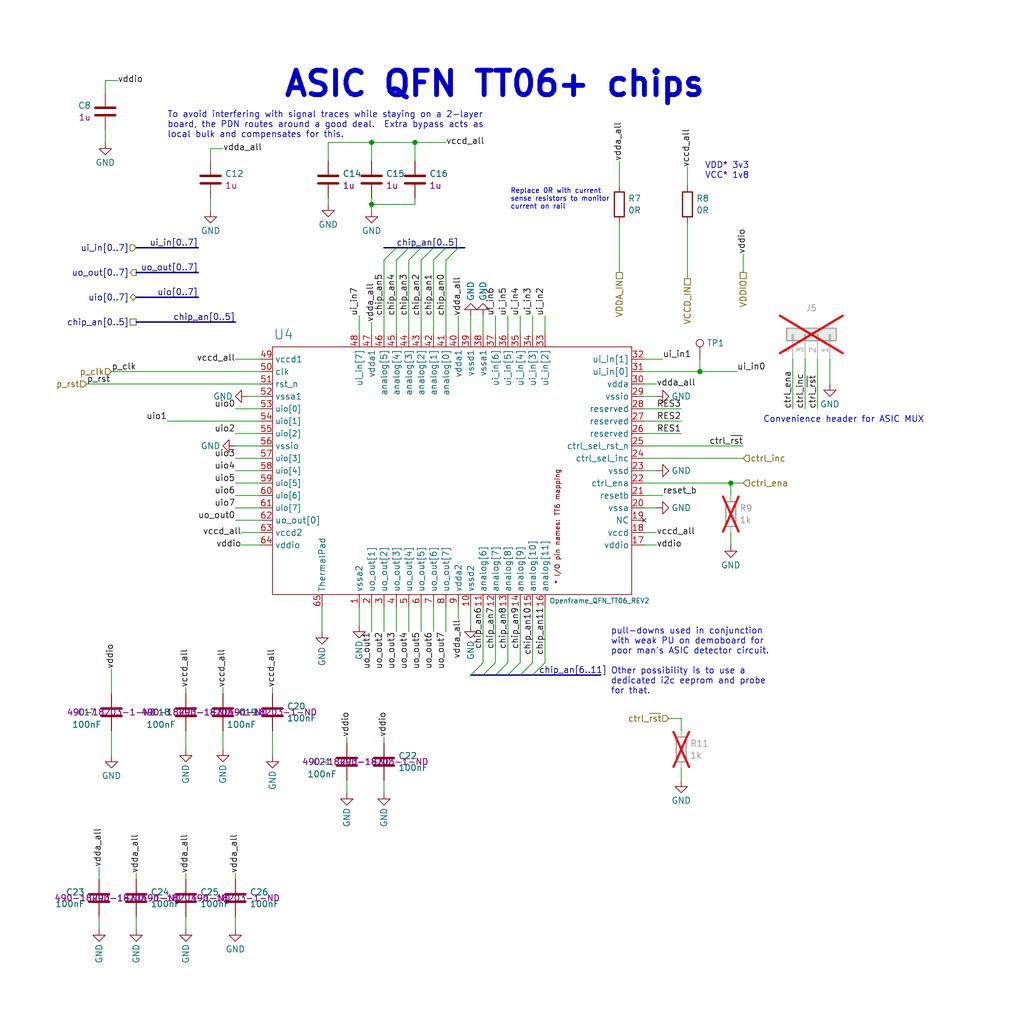
<source format=kicad_sch>
(kicad_sch (version 20250114) (generator "eeschema") (generator_version "9.0")
  (paper "User" 210 210)
  (title_block (title "ASIC QFN TT06+ chips") (date "2025-04-07") (rev "1.0") (company "Psychogenic Technologies") (comment 1 "(C) 2025 Pat Deegan"))
  (lib_symbols
    (symbol "Connector:TestPoint" (pin_numbers (hide yes)) (pin_names (offset 0.762) (hide yes))
      (property "Reference" "TP" (at 0 6.858 0))
      (property "Value" "TestPoint" (at 0 5.08 0))
      (symbol "TestPoint_0_1"
        (circle (center 0 3.302) (radius 0.762))
      )
      (symbol "TestPoint_1_1"
        (pin passive line (at 0 0 90) (length 2.54) (name "1") (number "1"))
      )
    )
    (symbol "Connector_Generic:Conn_01x04" (pin_names (offset 1.016) (hide yes))
      (property "Reference" "J" (at 0 5.08 0))
      (property "Value" "Conn_01x04" (at 0 -7.62 0))
      (symbol "Conn_01x04_1_1"
        (rectangle (start -1.27 3.81) (end 1.27 -6.35) (stroke (width 0.254)) (fill (type background)))
        (rectangle (start -1.27 2.667) (end 0 2.413) (stroke (width 0.1524)))
        (rectangle (start -1.27 0.127) (end 0 -0.127) (stroke (width 0.1524)))
        (rectangle (start -1.27 -2.413) (end 0 -2.667) (stroke (width 0.1524)))
        (rectangle (start -1.27 -4.953) (end 0 -5.207) (stroke (width 0.1524)))
        (pin passive line (at -5.08 2.54 0) (length 3.81) (name "Pin_1") (number "1"))
        (pin passive line (at -5.08 0 0) (length 3.81) (name "Pin_2") (number "2"))
        (pin passive line (at -5.08 -2.54 0) (length 3.81) (name "Pin_3") (number "3"))
        (pin passive line (at -5.08 -5.08 0) (length 3.81) (name "Pin_4") (number "4"))
      )
    )
    (symbol "Device:C" (pin_numbers (hide yes)) (pin_names (offset 0.254))
      (property "Reference" "C" (at 0.635 2.54 0))
      (property "Value" "C" (at 0.635 -2.54 0))
      (symbol "C_0_1"
        (polyline (pts (xy -2.032 0.762) (xy 2.032 0.762)) (stroke (width 0.508)))
        (polyline (pts (xy -2.032 -0.762) (xy 2.032 -0.762)) (stroke (width 0.508)))
      )
      (symbol "C_1_1"
        (pin passive line (at 0 3.81 270) (length 2.794) (name "~") (number "1"))
        (pin passive line (at 0 -3.81 90) (length 2.794) (name "~") (number "2"))
      )
    )
    (symbol "Device:R" (pin_numbers (hide yes)) (pin_names (offset 0))
      (property "Reference" "R" (at 2.032 0 90))
      (property "Value" "R" (at 0 0 90))
      (symbol "R_0_1"
        (rectangle (start -1.016 -2.54) (end 1.016 2.54) (stroke (width 0.254)))
      )
      (symbol "R_1_1"
        (pin passive line (at 0 3.81 270) (length 1.27) (name "~") (number "1"))
        (pin passive line (at 0 -3.81 90) (length 1.27) (name "~") (number "2"))
      )
    )
    (symbol "TinyTapeout:Openframe_QFN_TT06_REV2"
      (property "Reference" "U1" (at -26.416 41.656 0))
      (property "Value" "Openframe_QFN_TT06_REV2" (at 25.4 -35.56 90))
      (symbol "Openframe_QFN_TT06_REV2_0_1"
        (rectangle (start -26.67 40.64) (end 24.13 -33.02))
      )
      (symbol "Openframe_QFN_TT06_REV2_1_1"
        (text "* I/O pin names: TT6 mapping" (at -12.7 -17.78 0) (effects (font (size 1 1))))
        (pin power_in line (at -29.21 30.48 0) (length 2.54) (name "ThermalPad") (number "65"))
        (pin power_in line (at -29.21 22.86 0) (length 2.54) (name "vssa2") (number "1"))
        (pin output line (at -29.21 20.32 0) (length 2.54) (name "uo_out[1]") (number "2"))
        (pin output line (at -29.21 17.78 0) (length 2.54) (name "uo_out[2]") (number "3"))
        (pin output line (at -29.21 15.24 0) (length 2.54) (name "uo_out[3]") (number "4"))
        (pin output line (at -29.21 12.7 0) (length 2.54) (name "uo_out[4]") (number "5"))
        (pin output line (at -29.21 10.16 0) (length 2.54) (name "uo_out[5]") (number "6"))
        (pin output line (at -29.21 7.62 0) (length 2.54) (name "uo_out[6]") (number "7"))
        (pin output line (at -29.21 5.08 0) (length 2.54) (name "uo_out[7]") (number "8"))
        (pin power_in line (at -29.21 2.54 0) (length 2.54) (name "vdda2") (number "9"))
        (pin power_in line (at -29.21 0 0) (length 2.54) (name "vssd2") (number "10"))
        (pin passive line (at -29.21 -2.54 0) (length 2.54) (name "analog[6]") (number "11"))
        (pin passive line (at -29.21 -5.08 0) (length 2.54) (name "analog[7]") (number "12"))
        (pin passive line (at -29.21 -7.62 0) (length 2.54) (name "analog[8]") (number "13"))
        (pin passive line (at -29.21 -10.16 0) (length 2.54) (name "analog[9]") (number "14"))
        (pin passive line (at -29.21 -12.7 0) (length 2.54) (name "analog[10]") (number "15"))
        (pin passive line (at -29.21 -15.24 0) (length 2.54) (name "analog[11]") (number "16"))
        (pin power_in line (at -16.51 43.18 270) (length 2.54) (name "vddio") (number "64"))
        (pin power_in line (at -16.51 -35.56 90) (length 2.54) (name "vddio") (number "17"))
        (pin power_in line (at -13.97 43.18 270) (length 2.54) (name "vccd2") (number "63"))
        (pin power_in line (at -13.97 -35.56 90) (length 2.54) (name "vccd") (number "18"))
        (pin output line (at -11.43 43.18 270) (length 2.54) (name "uo_out[0]") (number "62"))
        (pin no_connect line (at -11.43 -35.56 90) (length 2.54) (name "NC") (number "19"))
        (pin bidirectional line (at -8.89 43.18 270) (length 2.54) (name "uio[7]") (number "61"))
        (pin power_in line (at -8.89 -35.56 90) (length 2.54) (name "vssa") (number "20"))
        (pin bidirectional line (at -6.35 43.18 270) (length 2.54) (name "uio[6]") (number "60"))
        (pin input line (at -6.35 -35.56 90) (length 2.54) (name "resetb") (number "21"))
        (pin bidirectional line (at -3.81 43.18 270) (length 2.54) (name "uio[5]") (number "59"))
        (pin input line (at -3.81 -35.56 90) (length 2.54) (name "ctrl_ena") (number "22"))
        (pin bidirectional line (at -1.27 43.18 270) (length 2.54) (name "uio[4]") (number "58"))
        (pin power_in line (at -1.27 -35.56 90) (length 2.54) (name "vssd") (number "23"))
        (pin bidirectional line (at 1.27 43.18 270) (length 2.54) (name "uio[3]") (number "57"))
        (pin output line (at 1.27 -35.56 90) (length 2.54) (name "ctrl_sel_inc") (number "24"))
        (pin power_in line (at 3.81 43.18 270) (length 2.54) (name "vssio") (number "56"))
        (pin output line (at 3.81 -35.56 90) (length 2.54) (name "ctrl_sel_rst_n") (number "25"))
        (pin bidirectional line (at 6.35 43.18 270) (length 2.54) (name "uio[2]") (number "55"))
        (pin bidirectional line (at 6.35 -35.56 90) (length 2.54) (name "reserved") (number "26"))
        (pin bidirectional line (at 8.89 43.18 270) (length 2.54) (name "uio[1]") (number "54"))
        (pin bidirectional line (at 8.89 -35.56 90) (length 2.54) (name "reserved") (number "27"))
        (pin bidirectional line (at 11.43 43.18 270) (length 2.54) (name "uio[0]") (number "53"))
        (pin bidirectional line (at 11.43 -35.56 90) (length 2.54) (name "reserved") (number "28"))
        (pin power_in line (at 13.97 43.18 270) (length 2.54) (name "vssa1") (number "52"))
        (pin power_in line (at 13.97 -35.56 90) (length 2.54) (name "vssio") (number "29"))
        (pin input line (at 16.51 43.18 270) (length 2.54) (name "rst_n") (number "51"))
        (pin power_in line (at 16.51 -35.56 90) (length 2.54) (name "vdda") (number "30"))
        (pin input line (at 19.05 43.18 270) (length 2.54) (name "clk") (number "50"))
        (pin input line (at 19.05 -35.56 90) (length 2.54) (name "ui_in[0]") (number "31"))
        (pin power_in line (at 21.59 43.18 270) (length 2.54) (name "vccd1") (number "49"))
        (pin input line (at 21.59 -35.56 90) (length 2.54) (name "ui_in[1]") (number "32"))
        (pin input line (at 26.67 22.86 180) (length 2.54) (name "ui_in[7]") (number "48"))
        (pin power_in line (at 26.67 20.32 180) (length 2.54) (name "vdda1") (number "47"))
        (pin passive line (at 26.67 17.78 180) (length 2.54) (name "analog[5]") (number "46"))
        (pin passive line (at 26.67 15.24 180) (length 2.54) (name "analog[4]") (number "45"))
        (pin passive line (at 26.67 12.7 180) (length 2.54) (name "analog[3]") (number "44"))
        (pin passive line (at 26.67 10.16 180) (length 2.54) (name "analog[2]") (number "43"))
        (pin passive line (at 26.67 7.62 180) (length 2.54) (name "analog[1]") (number "42"))
        (pin passive line (at 26.67 5.08 180) (length 2.54) (name "analog[0]") (number "41"))
        (pin power_in line (at 26.67 2.54 180) (length 2.54) (name "vdda1") (number "40"))
        (pin power_in line (at 26.67 0 180) (length 2.54) (name "vssd1") (number "39"))
        (pin power_in line (at 26.67 -2.54 180) (length 2.54) (name "vssa1") (number "38"))
        (pin input line (at 26.67 -5.08 180) (length 2.54) (name "ui_in[6]") (number "37"))
        (pin input line (at 26.67 -7.62 180) (length 2.54) (name "ui_in[5]") (number "36"))
        (pin input line (at 26.67 -10.16 180) (length 2.54) (name "ui_in[4]") (number "35"))
        (pin input line (at 26.67 -12.7 180) (length 2.54) (name "ui_in[3]") (number "34"))
        (pin input line (at 26.67 -15.24 180) (length 2.54) (name "ui_in[2]") (number "33"))
      )
    )
    (symbol "power:GND" (power) (pin_names (offset 0))
      (property "Value" "GND" (at 0 -3.81 0))
      (symbol "GND_0_1"
        (polyline (pts (xy 0 0) (xy 0 -1.27) (xy 1.27 -1.27) (xy 0 -2.54) (xy -1.27 -1.27) (xy 0 -1.27)))
      )
      (symbol "GND_1_1"
        (pin power_in line (at 0 0 270) (length 0) (hide yes) (name "GND") (number "1"))
      )
    )
    (symbol "psypassives:C_1u_0603_50V" (pin_numbers (hide yes)) (pin_names (offset 0.254))
      (property "Reference" "C" (at 0.635 2.54 0))
      (property "Display Value" "1u/50V" (at 11.43 1.524 0))
      (symbol "C_1u_0603_50V_0_1"
        (polyline (pts (xy -2.032 0.762) (xy 2.032 0.762)) (stroke (width 0.508)))
        (polyline (pts (xy -2.032 -0.762) (xy 2.032 -0.762)) (stroke (width 0.508)))
      )
      (symbol "C_1u_0603_50V_1_1"
        (pin passive line (at 0 3.81 270) (length 2.794) (name "~") (number "1"))
        (pin passive line (at 0 -3.81 90) (length 2.794) (name "~") (number "2"))
      )
    )
  )
  (text "pull-downs used in conjunction \nwith weak PU on demoboard for \npoor man's ASIC detector circuit.\n\nOther possibility is to use a\ndedicated i2c eeprom and probe \nfor that." (at 125.222 135.636 0) (effects (font (size 1.27 1.27)) (justify left)))
  (text "VDD* 3v3\nVCC* 1v8" (at 149.098 35.052 0) (effects (font (size 1.27 1.27))))
  (text "Convenience header for ASIC MUX" (at 156.464 86.106 0) (effects (font (size 1.27 1.27)) (justify left)))
  (text "To avoid interfering with signal traces while staying on a 2-layer \nboard, the PDN routes around a good deal.  Extra bypass acts as \nlocal bulk and compensates for this." (at 34.29 25.654 0) (effects (font (size 1.27 1.27)) (justify left)))
  (text "Replace 0R with current\nsense resistors to monitor\ncurrent on rail" (at 104.648 40.894 0) (effects (font (size 1 1)) (justify left)))
  (text "ASIC QFN TT06+ chips" (at 57.912 20.32 0) (effects (font (size 5 5) (thickness 1) (bold yes)) (justify left bottom)))
  (junction (at 149.86 99.06))
  (junction (at 85.09 29.21))
  (junction (at 76.2 41.91))
  (junction (at 143.51 76.2))
  (junction (at 76.2 29.21))
  (bus_entry (at 93.98 50.8) (size -2.54 2.54))
  (bus_entry (at 109.22 138.43) (size 2.54 -2.54))
  (bus_entry (at 99.06 138.43) (size 2.54 -2.54))
  (bus_entry (at 104.14 138.43) (size 2.54 -2.54))
  (bus_entry (at 106.68 138.43) (size 2.54 -2.54))
  (bus_entry (at 81.28 50.8) (size -2.54 2.54))
  (bus_entry (at 96.52 138.43) (size 2.54 -2.54))
  (bus_entry (at 91.44 50.8) (size -2.54 2.54))
  (bus_entry (at 88.9 50.8) (size -2.54 2.54))
  (bus_entry (at 83.82 50.8) (size -2.54 2.54))
  (bus_entry (at 101.6 138.43) (size 2.54 -2.54))
  (bus_entry (at 86.36 50.8) (size -2.54 2.54))
  (wire (pts (xy 151.13 76.2) (xy 143.51 76.2)))
  (bus (pts (xy 99.06 138.43) (xy 96.52 138.43)))
  (wire (pts (xy 127 45.72) (xy 127 55.88)))
  (bus (pts (xy 109.22 138.43) (xy 123.19 138.43)))
  (wire (pts (xy 53.34 99.06) (xy 48.26 99.06)))
  (wire (pts (xy 48.26 91.44) (xy 53.34 91.44)))
  (wire (pts (xy 34.29 86.36) (xy 53.34 86.36)))
  (wire (pts (xy 81.28 129.54) (xy 81.28 124.46)))
  (wire (pts (xy 85.09 29.21) (xy 76.2 29.21)))
  (wire (pts (xy 76.2 40.64) (xy 76.2 41.91)))
  (wire (pts (xy 48.26 187.96) (xy 48.26 190.5)))
  (wire (pts (xy 21.59 26.67) (xy 21.59 29.21)))
  (wire (pts (xy 45.72 149.86) (xy 45.72 153.67)))
  (wire (pts (xy 132.08 109.22) (xy 134.62 109.22)))
  (wire (pts (xy 99.06 124.46) (xy 99.06 135.89)))
  (wire (pts (xy 170.18 73.66) (xy 170.18 78.74)))
  (wire (pts (xy 78.74 160.02) (xy 78.74 162.56)))
  (wire (pts (xy 48.26 73.66) (xy 53.34 73.66)))
  (wire (pts (xy 152.4 93.98) (xy 132.08 93.98)))
  (wire (pts (xy 152.4 91.44) (xy 132.08 91.44)))
  (bus (pts (xy 106.68 138.43) (xy 104.14 138.43)))
  (wire (pts (xy 143.51 73.66) (xy 143.51 76.2)))
  (wire (pts (xy 106.68 64.77) (xy 106.68 68.58)))
  (wire (pts (xy 101.6 124.46) (xy 101.6 135.89)))
  (wire (pts (xy 49.53 111.76) (xy 53.34 111.76)))
  (wire (pts (xy 132.08 83.82) (xy 139.7 83.82)))
  (wire (pts (xy 67.31 40.64) (xy 67.31 41.91)))
  (wire (pts (xy 53.34 93.98) (xy 48.26 93.98)))
  (wire (pts (xy 140.97 45.72) (xy 140.97 57.15)))
  (wire (pts (xy 45.72 140.97) (xy 45.72 142.24)))
  (wire (pts (xy 55.88 140.97) (xy 55.88 142.24)))
  (wire (pts (xy 73.66 64.77) (xy 73.66 68.58)))
  (wire (pts (xy 88.9 53.34) (xy 88.9 68.58)))
  (bus (pts (xy 27.94 55.88) (xy 40.64 55.88)))
  (wire (pts (xy 106.68 124.46) (xy 106.68 135.89)))
  (wire (pts (xy 76.2 29.21) (xy 76.2 33.02)))
  (wire (pts (xy 20.32 187.96) (xy 20.32 190.5)))
  (bus (pts (xy 104.14 138.43) (xy 101.6 138.43)))
  (wire (pts (xy 71.12 160.02) (xy 71.12 162.56)))
  (wire (pts (xy 38.1 149.86) (xy 38.1 153.67)))
  (wire (pts (xy 43.18 30.48) (xy 45.72 30.48)))
  (wire (pts (xy 38.1 179.07) (xy 38.1 180.34)))
  (wire (pts (xy 165.1 73.66) (xy 165.1 83.82)))
  (wire (pts (xy 27.94 179.07) (xy 27.94 180.34)))
  (wire (pts (xy 76.2 129.54) (xy 76.2 124.46)))
  (wire (pts (xy 22.86 76.2) (xy 53.34 76.2)))
  (wire (pts (xy 93.98 64.77) (xy 93.98 68.58)))
  (wire (pts (xy 38.1 190.5) (xy 38.1 187.96)))
  (wire (pts (xy 149.86 99.06) (xy 132.08 99.06)))
  (wire (pts (xy 111.76 124.46) (xy 111.76 135.89)))
  (bus (pts (xy 88.9 50.8) (xy 91.44 50.8)))
  (bus (pts (xy 83.82 50.8) (xy 86.36 50.8)))
  (wire (pts (xy 93.98 124.46) (xy 93.98 127)))
  (wire (pts (xy 162.56 73.66) (xy 162.56 83.82)))
  (wire (pts (xy 132.08 88.9) (xy 139.7 88.9)))
  (bus (pts (xy 91.44 50.8) (xy 93.98 50.8)))
  (wire (pts (xy 96.52 128.27) (xy 96.52 124.46)))
  (wire (pts (xy 76.2 41.91) (xy 85.09 41.91)))
  (wire (pts (xy 38.1 140.97) (xy 38.1 142.24)))
  (wire (pts (xy 91.44 29.21) (xy 85.09 29.21)))
  (wire (pts (xy 132.08 78.74) (xy 134.62 78.74)))
  (wire (pts (xy 43.18 30.48) (xy 43.18 33.02)))
  (wire (pts (xy 111.76 68.58) (xy 111.76 64.77)))
  (wire (pts (xy 139.7 147.32) (xy 139.7 149.86)))
  (wire (pts (xy 55.88 149.86) (xy 55.88 154.94)))
  (wire (pts (xy 109.22 124.46) (xy 109.22 135.89)))
  (wire (pts (xy 83.82 129.54) (xy 83.82 124.46)))
  (wire (pts (xy 73.66 128.27) (xy 73.66 124.46)))
  (wire (pts (xy 132.08 86.36) (xy 139.7 86.36)))
  (wire (pts (xy 85.09 40.64) (xy 85.09 41.91)))
  (wire (pts (xy 99.06 64.77) (xy 99.06 68.58)))
  (bus (pts (xy 101.6 138.43) (xy 99.06 138.43)))
  (wire (pts (xy 152.4 99.06) (xy 149.86 99.06)))
  (wire (pts (xy 132.08 111.76) (xy 134.62 111.76)))
  (wire (pts (xy 127 33.02) (xy 127 38.1)))
  (wire (pts (xy 86.36 53.34) (xy 86.36 68.58)))
  (wire (pts (xy 81.28 53.34) (xy 81.28 68.58)))
  (wire (pts (xy 76.2 66.04) (xy 76.2 68.58)))
  (wire (pts (xy 109.22 64.77) (xy 109.22 68.58)))
  (wire (pts (xy 67.31 29.21) (xy 67.31 33.02)))
  (wire (pts (xy 83.82 53.34) (xy 83.82 68.58)))
  (wire (pts (xy 140.97 34.29) (xy 140.97 38.1)))
  (wire (pts (xy 104.14 124.46) (xy 104.14 135.89)))
  (wire (pts (xy 101.6 64.77) (xy 101.6 68.58)))
  (wire (pts (xy 53.34 104.14) (xy 48.26 104.14)))
  (wire (pts (xy 53.34 101.6) (xy 48.26 101.6)))
  (wire (pts (xy 22.86 149.86) (xy 22.86 154.94)))
  (bus (pts (xy 81.28 50.8) (xy 83.82 50.8)))
  (bus (pts (xy 48.26 66.04) (xy 27.94 66.04)))
  (wire (pts (xy 149.86 99.06) (xy 149.86 101.6)))
  (wire (pts (xy 139.7 157.48) (xy 139.7 160.02)))
  (wire (pts (xy 20.32 177.8) (xy 20.32 180.34)))
  (wire (pts (xy 137.16 147.32) (xy 139.7 147.32)))
  (wire (pts (xy 88.9 129.54) (xy 88.9 124.46)))
  (wire (pts (xy 134.62 104.14) (xy 132.08 104.14)))
  (wire (pts (xy 53.34 96.52) (xy 48.26 96.52)))
  (wire (pts (xy 21.59 16.51) (xy 24.13 16.51)))
  (bus (pts (xy 86.36 50.8) (xy 88.9 50.8)))
  (wire (pts (xy 135.89 101.6) (xy 132.08 101.6)))
  (wire (pts (xy 17.78 78.74) (xy 53.34 78.74)))
  (wire (pts (xy 71.12 151.13) (xy 71.12 152.4)))
  (wire (pts (xy 53.34 83.82) (xy 48.26 83.82)))
  (bus (pts (xy 78.74 50.8) (xy 81.28 50.8)))
  (wire (pts (xy 86.36 129.54) (xy 86.36 124.46)))
  (wire (pts (xy 167.64 73.66) (xy 167.64 83.82)))
  (wire (pts (xy 21.59 16.51) (xy 21.59 19.05)))
  (wire (pts (xy 104.14 64.77) (xy 104.14 68.58)))
  (wire (pts (xy 76.2 29.21) (xy 67.31 29.21)))
  (bus (pts (xy 109.22 138.43) (xy 106.68 138.43)))
  (wire (pts (xy 78.74 129.54) (xy 78.74 124.46)))
  (wire (pts (xy 134.62 96.52) (xy 132.08 96.52)))
  (wire (pts (xy 91.44 53.34) (xy 91.44 68.58)))
  (wire (pts (xy 22.86 137.16) (xy 22.86 142.24)))
  (wire (pts (xy 78.74 151.13) (xy 78.74 152.4)))
  (wire (pts (xy 135.89 73.66) (xy 132.08 73.66)))
  (wire (pts (xy 134.62 81.28) (xy 132.08 81.28)))
  (wire (pts (xy 96.52 68.58) (xy 96.52 64.77)))
  (wire (pts (xy 66.04 124.46) (xy 66.04 129.54)))
  (wire (pts (xy 48.26 179.07) (xy 48.26 180.34)))
  (wire (pts (xy 149.86 109.22) (xy 149.86 111.76)))
  (wire (pts (xy 91.44 129.54) (xy 91.44 124.46)))
  (wire (pts (xy 85.09 29.21) (xy 85.09 33.02)))
  (wire (pts (xy 76.2 41.91) (xy 76.2 43.18)))
  (wire (pts (xy 53.34 88.9) (xy 48.26 88.9)))
  (bus (pts (xy 93.98 50.8) (xy 95.25 50.8)))
  (wire (pts (xy 50.8 81.28) (xy 53.34 81.28)))
  (bus (pts (xy 27.94 60.96) (xy 40.64 60.96)))
  (wire (pts (xy 152.4 52.07) (xy 152.4 55.88)))
  (bus (pts (xy 27.94 50.8) (xy 40.64 50.8)))
  (wire (pts (xy 43.18 40.64) (xy 43.18 43.18)))
  (wire (pts (xy 78.74 53.34) (xy 78.74 68.58)))
  (wire (pts (xy 53.34 106.68) (xy 48.26 106.68)))
  (wire (pts (xy 27.94 187.96) (xy 27.94 190.5)))
  (wire (pts (xy 143.51 76.2) (xy 132.08 76.2)))
  (wire (pts (xy 49.53 109.22) (xy 53.34 109.22)))
  (label "uo_out[0..7]" (at 40.64 55.88 180))
  (label "ui_in2" (at 111.76 64.77 90))
  (label "chip_an[0..5]" (at 81.28 50.8 0))
  (label "vdda_all" (at 48.26 179.07 90) (property "Intersheetrefs" "${INTERSHEET_REFS}" (effects (hide yes))))
  (label "chip_an5" (at 78.74 64.77 90))
  (label "vddio" (at 134.62 111.76 0) (property "Intersheetrefs" "${INTERSHEET_REFS}" (effects (hide yes))))
  (label "uio7" (at 48.26 104.14 180))
  (label "ui_in7" (at 73.66 64.77 90))
  (label "vccd_all" (at 140.97 34.29 90) (property "Intersheetrefs" "${INTERSHEET_REFS}" (effects (hide yes))))
  (label "vdda_all" (at 93.98 64.77 90) (property "Intersheetrefs" "${INTERSHEET_REFS}" (effects (hide yes))))
  (label "ctrl_inc" (at 165.1 83.82 90))
  (label "reset_b" (at 135.89 101.6 0))
  (label "vccd_all" (at 49.53 109.22 180) (property "Intersheetrefs" "${INTERSHEET_REFS}" (effects (hide yes))))
  (label "uio5" (at 48.26 99.06 180))
  (label "vdda_all" (at 93.98 127 270) (property "Intersheetrefs" "${INTERSHEET_REFS}" (effects (hide yes))))
  (label "ui_in5" (at 104.14 64.77 90))
  (label "RES1" (at 139.7 88.9 180))
  (label "vddio" (at 49.53 111.76 180) (property "Intersheetrefs" "${INTERSHEET_REFS}" (effects (hide yes))))
  (label "p_rst" (at 17.78 78.74 0))
  (label "chip_an4" (at 81.28 64.77 90))
  (label "vdda_all" (at 45.72 30.48 0) (property "Intersheetrefs" "${INTERSHEET_REFS}" (effects (hide yes))))
  (label "vdda_all" (at 134.62 78.74 0) (property "Intersheetrefs" "${INTERSHEET_REFS}" (effects (hide yes))))
  (label "vccd_all" (at 48.26 73.66 180) (property "Intersheetrefs" "${INTERSHEET_REFS}" (effects (hide yes))))
  (label "vdda_all" (at 127 33.02 90) (property "Intersheetrefs" "${INTERSHEET_REFS}" (effects (hide yes))))
  (label "ui_in3" (at 109.22 64.77 90))
  (label "uo_out0" (at 48.26 106.68 180))
  (label "vdda_all" (at 38.1 179.07 90) (property "Intersheetrefs" "${INTERSHEET_REFS}" (effects (hide yes))))
  (label "uio3" (at 48.26 93.98 180))
  (label "vdda_all" (at 20.32 177.8 90) (property "Intersheetrefs" "${INTERSHEET_REFS}" (effects (hide yes))))
  (label "p_clk" (at 22.86 76.2 0))
  (label "chip_an2" (at 86.36 64.77 90))
  (label "uo_out5" (at 86.36 129.54 270))
  (label "ctrl_ena" (at 162.56 83.82 90))
  (label "uio6" (at 48.26 101.6 180))
  (label "vccd_all" (at 38.1 140.97 90) (property "Intersheetrefs" "${INTERSHEET_REFS}" (effects (hide yes))))
  (label "uio0" (at 48.26 83.82 180))
  (label "vddio" (at 24.13 16.51 0) (property "Intersheetrefs" "${INTERSHEET_REFS}" (effects (hide yes))))
  (label "chip_an10" (at 109.22 124.46 270))
  (label "uo_out7" (at 91.44 129.54 270))
  (label "ctrl_~{rst}" (at 167.64 83.82 90))
  (label "vccd_all" (at 55.88 140.97 90) (property "Intersheetrefs" "${INTERSHEET_REFS}" (effects (hide yes))))
  (label "ctrl_~{rst}" (at 152.4 91.44 180))
  (label "ui_in1" (at 135.89 73.66 0))
  (label "vccd_all" (at 91.44 29.21 0) (property "Intersheetrefs" "${INTERSHEET_REFS}" (effects (hide yes))))
  (label "vccd_all" (at 134.62 109.22 0) (property "Intersheetrefs" "${INTERSHEET_REFS}" (effects (hide yes))))
  (label "uo_out6" (at 88.9 129.54 270))
  (label "chip_an0" (at 91.44 64.77 90))
  (label "chip_an1" (at 88.9 64.77 90))
  (label "ui_in[0..7]" (at 40.64 50.8 180))
  (label "chip_an7" (at 101.6 124.46 270))
  (label "uio4" (at 48.26 96.52 180))
  (label "ui_in6" (at 101.6 64.77 90))
  (label "chip_an3" (at 83.82 64.77 90))
  (label "uio[0..7]" (at 40.64 60.96 180))
  (label "chip_an6" (at 99.06 124.46 270))
  (label "vccd_all" (at 45.72 140.97 90) (property "Intersheetrefs" "${INTERSHEET_REFS}" (effects (hide yes))))
  (label "uo_out4" (at 83.82 129.54 270))
  (label "uo_out3" (at 81.28 129.54 270))
  (label "chip_an[6..11]" (at 110.49 138.43 0))
  (label "vddio" (at 152.4 52.07 90) (property "Intersheetrefs" "${INTERSHEET_REFS}" (effects (hide yes))))
  (label "uio2" (at 48.26 88.9 180))
  (label "chip_an9" (at 106.68 124.46 270))
  (label "RES2" (at 139.7 86.36 180))
  (label "ui_in0" (at 151.13 76.2 0))
  (label "chip_an[0..5]" (at 48.26 66.04 180))
  (label "uo_out2" (at 78.74 129.54 270))
  (label "vddio" (at 22.86 137.16 90) (property "Intersheetrefs" "${INTERSHEET_REFS}" (effects (hide yes))))
  (label "chip_an8" (at 104.14 124.46 270))
  (label "uio1" (at 34.29 86.36 180))
  (label "RES3" (at 139.7 83.82 180))
  (label "chip_an11" (at 111.76 124.46 270))
  (label "vdda_all" (at 27.94 179.07 90) (property "Intersheetrefs" "${INTERSHEET_REFS}" (effects (hide yes))))
  (label "uo_out1" (at 76.2 129.54 270))
  (label "vddio" (at 71.12 151.13 90) (property "Intersheetrefs" "${INTERSHEET_REFS}" (effects (hide yes))))
  (label "vdda_all" (at 76.2 66.04 90) (property "Intersheetrefs" "${INTERSHEET_REFS}" (effects (hide yes))))
  (label "ui_in4" (at 106.68 64.77 90))
  (label "vddio" (at 78.74 151.13 90) (property "Intersheetrefs" "${INTERSHEET_REFS}" (effects (hide yes))))
  (hierarchical_label "ctrl_inc" (shape input) (at 152.4 93.98 0))
  (hierarchical_label "p_rst" (shape input) (at 17.78 78.74 180))
  (hierarchical_label "uio[0..7]" (shape bidirectional) (at 27.94 60.96 180))
  (hierarchical_label "ctrl_~{rst}" (shape input) (at 137.16 147.32 180))
  (hierarchical_label "p_clk" (shape input) (at 22.86 76.2 180))
  (hierarchical_label "uo_out[0..7]" (shape output) (at 27.94 55.88 180))
  (hierarchical_label "ctrl_ena" (shape input) (at 152.4 99.06 0))
  (hierarchical_label "chip_an[0..5]" (shape passive) (at 27.94 66.04 180))
  (hierarchical_label "VDDA_IN" (shape passive) (at 127 55.88 270))
  (hierarchical_label "VDDIO" (shape passive) (at 152.4 55.88 270))
  (hierarchical_label "VCCD_IN" (shape passive) (at 140.97 57.15 270))
  (hierarchical_label "ui_in[0..7]" (shape input) (at 27.94 50.8 180))
  (symbol (lib_id "power:GND") (at 96.52 128.27 0) (unit 1)
    (property "Reference" "#PWR046" (effects (hide yes)))
    (property "Value" "GND" (at 96.52 133.35 90))
  )
  (symbol (lib_id "Device:C") (at 71.12 156.21 180) (unit 1)
    (property "Reference" "C21" (at 66.04 156.21 0))
    (property "Value" "100nF" (at 66.04 158.75 0))
    (property "Footprint" "Capacitor_SMD:C_0402_1005Metric" (effects (hide yes)))
    (property "MPN" "GCM155L81E104KE02D" (effects (hide yes)))
    (property "MPN_ALT" "GRM155R71E104KE14J" (effects (hide yes)))
    (property "Characteristics" "100n 0402" (effects (hide yes)))
    (property "DigikeyPN" "490-18203-1-ND" (at 71.12 156.21 0))
  )
  (symbol (lib_id "Device:C") (at 38.1 146.05 180) (unit 1)
    (property "Reference" "C18" (at 33.02 146.05 0))
    (property "Value" "100nF" (at 33.02 148.59 0))
    (property "Footprint" "Capacitor_SMD:C_0402_1005Metric" (effects (hide yes)))
    (property "MPN" "GCM155L81E104KE02D" (effects (hide yes)))
    (property "MPN_ALT" "GRM155R71E104KE14J" (effects (hide yes)))
    (property "Characteristics" "100n 0402" (effects (hide yes)))
    (property "DigikeyPN" "490-18203-1-ND" (at 38.1 146.05 0))
  )
  (symbol (lib_id "power:GND") (at 21.59 29.21 0) (unit 1)
    (property "Reference" "#PWR032" (effects (hide yes)))
    (property "Value" "GND" (at 21.59 33.3431 0))
  )
  (symbol (lib_id "psypassives:C_1u_0603_50V") (at 76.2 36.83 0) (unit 1)
    (property "Reference" "C15" (at 79.121 35.6178 0) (effects (justify left)))
    (property "Value" "1uF" (effects (hide yes)))
    (property "Footprint" "Capacitor_SMD:C_0603_1608Metric" (effects (hide yes)))
    (property "Description" "Unpolarized capacitor" (effects (hide yes)))
    (property "MPN" "LMK107B7105KAHT" (effects (hide yes)))
    (property "DigikeyPN" "587-3410-1-ND" (effects (hide yes)))
    (property "Display Value" "1u" (at 79.121 38.0421 0) (effects (justify left)))
    (property "Characteristics" "1u 0603" (effects (hide yes)))
  )
  (symbol (lib_id "Device:C") (at 55.88 146.05 180) (unit 1)
    (property "Reference" "C20" (at 58.801 144.8378 0) (effects (justify right)))
    (property "Value" "100nF" (at 58.801 147.2621 0) (effects (justify right)))
    (property "Footprint" "Capacitor_SMD:C_0402_1005Metric" (effects (hide yes)))
    (property "MPN" "GCM155L81E104KE02D" (effects (hide yes)))
    (property "MPN_ALT" "GRM155R71E104KE14J" (effects (hide yes)))
    (property "Characteristics" "100n 0402" (effects (hide yes)))
    (property "DigikeyPN" "490-18203-1-ND" (at 55.88 146.05 0))
  )
  (symbol (lib_id "power:GND") (at 38.1 153.67 0) (unit 1)
    (property "Reference" "#PWR048" (effects (hide yes)))
    (property "Value" "GND" (at 38.1 158.75 90))
  )
  (symbol (lib_id "psypassives:C_1u_0603_50V") (at 67.31 36.83 0) (unit 1)
    (property "Reference" "C14" (at 70.231 35.6178 0) (effects (justify left)))
    (property "Value" "1uF" (effects (hide yes)))
    (property "Footprint" "Capacitor_SMD:C_0603_1608Metric" (effects (hide yes)))
    (property "Description" "Unpolarized capacitor" (effects (hide yes)))
    (property "MPN" "LMK107B7105KAHT" (effects (hide yes)))
    (property "DigikeyPN" "587-3410-1-ND" (effects (hide yes)))
    (property "Display Value" "1u" (at 70.231 38.0421 0) (effects (justify left)))
    (property "Characteristics" "1u 0603" (effects (hide yes)))
  )
  (symbol (lib_id "Device:C") (at 78.74 156.21 180) (unit 1)
    (property "Reference" "C22" (at 81.661 154.9978 0) (effects (justify right)))
    (property "Value" "100nF" (at 81.661 157.4221 0) (effects (justify right)))
    (property "Footprint" "Capacitor_SMD:C_0402_1005Metric" (effects (hide yes)))
    (property "MPN" "GCM155L81E104KE02D" (effects (hide yes)))
    (property "MPN_ALT" "GRM155R71E104KE14J" (effects (hide yes)))
    (property "Characteristics" "100n 0402" (effects (hide yes)))
    (property "DigikeyPN" "490-18203-1-ND" (at 78.74 156.21 0))
  )
  (symbol (lib_id "Device:C") (at 48.26 184.15 180) (unit 1)
    (property "Reference" "C26" (at 51.181 182.9378 0) (effects (justify right)))
    (property "Value" "100nF" (at 51.181 185.3621 0) (effects (justify right)))
    (property "Footprint" "Capacitor_SMD:C_0402_1005Metric" (effects (hide yes)))
    (property "MPN" "GCM155L81E104KE02D" (effects (hide yes)))
    (property "MPN_ALT" "GRM155R71E104KE14J" (effects (hide yes)))
    (property "Characteristics" "100n 0402" (effects (hide yes)))
    (property "DigikeyPN" "490-18203-1-ND" (at 48.26 184.15 0))
  )
  (symbol (lib_id "power:GND") (at 170.18 78.74 0) (unit 1)
    (property "Reference" "#PWR038" (effects (hide yes)))
    (property "Value" "GND" (at 170.18 82.8731 0))
  )
  (symbol (lib_id "power:GND") (at 71.12 162.56 0) (unit 1)
    (property "Reference" "#PWR053" (effects (hide yes)))
    (property "Value" "GND" (at 71.12 167.64 90))
  )
  (symbol (lib_id "Connector:TestPoint") (at 143.51 73.66 0) (unit 1) (in_bom no)
    (property "Reference" "TP1" (at 144.907 70.358 0) (effects (justify left)))
    (property "Value" "TestPoint" (effects (hide yes)))
    (property "Footprint" "TestPoint:TestPoint_Pad_D1.0mm" (effects (hide yes)))
    (property "Description" "test point" (effects (hide yes)))
  )
  (symbol (lib_id "Device:R") (at 127 41.91 0) (unit 1)
    (property "Reference" "R7" (at 128.778 40.6978 0) (effects (justify left)))
    (property "Value" "0R" (at 128.778 43.1221 0) (effects (justify left)))
    (property "Footprint" "Resistor_SMD:R_1206_3216Metric" (effects (hide yes)))
    (property "Description" "Resistor" (effects (hide yes)))
    (property "Characteristics" "0R 1206" (effects (hide yes)))
    (property "MPN" "RMCF1206ZG0R00" (effects (hide yes)))
    (property "DigikeyPN" "738-RMCF1206ZG0R00CT-ND" (effects (hide yes)))
  )
  (symbol (lib_id "power:GND") (at 99.06 64.77 180) (unit 1)
    (property "Reference" "#PWR037" (effects (hide yes)))
    (property "Value" "GND" (at 99.06 59.69 90))
  )
  (symbol (lib_id "Connector_Generic:Conn_01x04") (at 167.64 68.58 270) (mirror x) (unit 1) (dnp yes)
    (property "Reference" "J5" (at 166.37 63.1655 90))
    (property "Value" "Conn_01x04" (effects (hide yes)))
    (property "Footprint" "Connector_PinHeader_1.27mm:PinHeader_1x04_P1.27mm_Vertical" (effects (hide yes)))
    (property "Description" "Generic connector, single row, 01x04, script generated (kicad-library-utils/schlib/autogen/connector/)" (effects (hide yes)))
  )
  (symbol (lib_id "psypassives:C_1u_0603_50V") (at 85.09 36.83 0) (unit 1)
    (property "Reference" "C16" (at 88.011 35.6178 0) (effects (justify left)))
    (property "Value" "1uF" (effects (hide yes)))
    (property "Footprint" "Capacitor_SMD:C_0603_1608Metric" (effects (hide yes)))
    (property "Description" "Unpolarized capacitor" (effects (hide yes)))
    (property "MPN" "LMK107B7105KAHT" (effects (hide yes)))
    (property "DigikeyPN" "587-3410-1-ND" (effects (hide yes)))
    (property "Display Value" "1u" (at 88.011 38.0421 0) (effects (justify left)))
    (property "Characteristics" "1u 0603" (effects (hide yes)))
  )
  (symbol (lib_id "Device:C") (at 22.86 146.05 180) (unit 1)
    (property "Reference" "C17" (at 17.78 146.05 0))
    (property "Value" "100nF" (at 17.78 148.59 0))
    (property "Footprint" "Capacitor_SMD:C_0402_1005Metric" (effects (hide yes)))
    (property "MPN" "GCM155L81E104KE02D" (effects (hide yes)))
    (property "MPN_ALT" "GRM155R71E104KE14J" (effects (hide yes)))
    (property "Characteristics" "100n 0402" (effects (hide yes)))
    (property "DigikeyPN" "490-18203-1-ND" (at 22.86 146.05 0))
  )
  (symbol (lib_id "power:GND") (at 139.7 160.02 0) (unit 1)
    (property "Reference" "#PWR052" (effects (hide yes)))
    (property "Value" "GND" (at 139.7 164.1531 0))
  )
  (symbol (lib_id "power:GND") (at 149.86 111.76 0) (unit 1)
    (property "Reference" "#PWR044" (effects (hide yes)))
    (property "Value" "GND" (at 149.86 115.8931 0))
  )
  (symbol (lib_id "Device:R") (at 139.7 153.67 0) (unit 1) (dnp yes)
    (property "Reference" "R11" (at 141.478 152.4578 0) (effects (justify left)))
    (property "Value" "1k" (at 141.478 154.8821 0) (effects (justify left)))
    (property "Footprint" "Resistor_SMD:R_0402_1005Metric" (effects (hide yes)))
    (property "Description" "Resistor" (effects (hide yes)))
    (property "Characteristics" "1k 0402" (effects (hide yes)))
    (property "MPN" "ERJ-H2GJ102X" (effects (hide yes)))
    (property "DigikeyPN" "10-ERJ-H2GJ102XCT-ND" (effects (hide yes)))
  )
  (symbol (lib_id "power:GND") (at 78.74 162.56 0) (unit 1)
    (property "Reference" "#PWR054" (effects (hide yes)))
    (property "Value" "GND" (at 78.74 167.64 90))
  )
  (symbol (lib_id "power:GND") (at 134.62 104.14 90) (unit 1)
    (property "Reference" "#PWR043" (effects (hide yes)))
    (property "Value" "GND" (at 139.7 104.14 90))
  )
  (symbol (lib_id "power:GND") (at 55.88 154.94 0) (unit 1)
    (property "Reference" "#PWR051" (effects (hide yes)))
    (property "Value" "GND" (at 55.88 160.02 90))
  )
  (symbol (lib_id "power:GND") (at 134.62 81.28 90) (unit 1)
    (property "Reference" "#PWR040" (effects (hide yes)))
    (property "Value" "GND" (at 139.7 81.28 90))
  )
  (symbol (lib_id "psypassives:C_1u_0603_50V") (at 21.59 22.86 0) (unit 1)
    (property "Reference" "C8" (at 18.6691 21.6478 0) (effects (justify right)))
    (property "Value" "1uF" (effects (hide yes)))
    (property "Footprint" "Capacitor_SMD:C_0603_1608Metric" (effects (hide yes)))
    (property "Description" "Unpolarized capacitor" (effects (hide yes)))
    (property "MPN" "LMK107B7105KAHT" (effects (hide yes)))
    (property "DigikeyPN" "587-3410-1-ND" (effects (hide yes)))
    (property "Display Value" "1u" (at 18.6691 24.0721 0) (effects (justify right)))
    (property "Characteristics" "1u 0603" (effects (hide yes)))
  )
  (symbol (lib_id "psypassives:C_1u_0603_50V") (at 43.18 36.83 0) (unit 1)
    (property "Reference" "C12" (at 46.101 35.6178 0) (effects (justify left)))
    (property "Value" "1uF" (effects (hide yes)))
    (property "Footprint" "Capacitor_SMD:C_0603_1608Metric" (effects (hide yes)))
    (property "Description" "Unpolarized capacitor" (effects (hide yes)))
    (property "MPN" "LMK107B7105KAHT" (effects (hide yes)))
    (property "DigikeyPN" "587-3410-1-ND" (effects (hide yes)))
    (property "Display Value" "1u" (at 46.101 38.0421 0) (effects (justify left)))
    (property "Characteristics" "1u 0603" (effects (hide yes)))
  )
  (symbol (lib_id "Device:C") (at 38.1 184.15 0) (unit 1)
    (property "Reference" "C25" (at 41.021 182.9378 0) (effects (justify left)))
    (property "Value" "100nF" (at 41.021 185.3621 0) (effects (justify left)))
    (property "Footprint" "Capacitor_SMD:C_0402_1005Metric" (effects (hide yes)))
    (property "MPN" "GCM155L81E104KE02D" (effects (hide yes)))
    (property "MPN_ALT" "GRM155R71E104KE14J" (effects (hide yes)))
    (property "Characteristics" "100n 0402" (effects (hide yes)))
    (property "DigikeyPN" "490-18203-1-ND" (at 38.1 184.15 0))
  )
  (symbol (lib_id "Device:C") (at 27.94 184.15 0) (unit 1)
    (property "Reference" "C24" (at 30.861 182.9378 0) (effects (justify left)))
    (property "Value" "100nF" (at 30.861 185.3621 0) (effects (justify left)))
    (property "Footprint" "Capacitor_SMD:C_0402_1005Metric" (effects (hide yes)))
    (property "MPN" "GCM155L81E104KE02D" (effects (hide yes)))
    (property "MPN_ALT" "GRM155R71E104KE14J" (effects (hide yes)))
    (property "Characteristics" "100n 0402" (effects (hide yes)))
    (property "DigikeyPN" "490-18203-1-ND" (at 27.94 184.15 0))
  )
  (symbol (lib_id "power:GND") (at 27.94 190.5 0) (unit 1)
    (property "Reference" "#PWR056" (effects (hide yes)))
    (property "Value" "GND" (at 27.94 195.58 90))
  )
  (symbol (lib_id "power:GND") (at 20.32 190.5 0) (unit 1)
    (property "Reference" "#PWR055" (effects (hide yes)))
    (property "Value" "GND" (at 20.32 195.58 90))
  )
  (symbol (lib_id "TinyTapeout:Openframe_QFN_TT06_REV2") (at 96.52 95.25 90) (unit 1)
    (property "Reference" "U4" (at 58.166 68.58 90) (effects (font (size 2 2))))
    (property "Value" "Openframe_QFN_TT06_REV2" (at 122.936 123.19 90) (effects (font (size 1 1))))
    (property "Footprint" "Package_DFN_QFN:QFN-64-1EP_9x9mm_P0.5mm_EP7.65x7.65mm" (effects (hide yes)))
    (property "Datasheet" "https://github.com/TinyTapeout/tt-multiplexer/blob/tt06-staging/docs/INFO.md#pinout" (effects (hide yes)))
    (property "Description" "Openframe QFN packaging, with TinyTapeout 6+ pin mapping" (effects (hide yes)))
    (property "Characteristics" "ASIC IC" (effects (hide yes)))
  )
  (symbol (lib_id "power:GND") (at 38.1 190.5 0) (unit 1)
    (property "Reference" "#PWR057" (effects (hide yes)))
    (property "Value" "GND" (at 38.1 195.58 90))
  )
  (symbol (lib_id "Device:R") (at 140.97 41.91 0) (unit 1)
    (property "Reference" "R8" (at 142.748 40.6978 0) (effects (justify left)))
    (property "Value" "0R" (at 142.748 43.1221 0) (effects (justify left)))
    (property "Footprint" "Resistor_SMD:R_1206_3216Metric" (effects (hide yes)))
    (property "Description" "Resistor" (effects (hide yes)))
    (property "Characteristics" "0R 1206" (effects (hide yes)))
    (property "MPN" "RMCF1206ZG0R00" (effects (hide yes)))
    (property "DigikeyPN" "738-RMCF1206ZG0R00CT-ND" (effects (hide yes)))
  )
  (symbol (lib_id "power:GND") (at 48.26 91.44 270) (unit 1)
    (property "Reference" "#PWR041" (effects (hide yes)))
    (property "Value" "GND" (at 43.18 91.44 90))
  )
  (symbol (lib_id "power:GND") (at 43.18 43.18 0) (unit 1)
    (property "Reference" "#PWR034" (effects (hide yes)))
    (property "Value" "GND" (at 43.18 47.3131 0))
  )
  (symbol (lib_id "Device:R") (at 149.86 105.41 0) (unit 1) (dnp yes)
    (property "Reference" "R9" (at 151.638 104.1978 0) (effects (justify left)))
    (property "Value" "1k" (at 151.638 106.6221 0) (effects (justify left)))
    (property "Footprint" "Resistor_SMD:R_0805_2012Metric" (effects (hide yes)))
    (property "Description" "Resistor" (effects (hide yes)))
    (property "Characteristics" "1k 0402" (effects (hide yes)))
  )
  (symbol (lib_id "power:GND") (at 76.2 43.18 0) (unit 1)
    (property "Reference" "#PWR035" (effects (hide yes)))
    (property "Value" "GND" (at 76.2 47.3131 0))
  )
  (symbol (lib_id "power:GND") (at 22.86 154.94 0) (unit 1)
    (property "Reference" "#PWR050" (effects (hide yes)))
    (property "Value" "GND" (at 22.86 159.0731 0))
  )
  (symbol (lib_id "power:GND") (at 67.31 41.91 0) (unit 1)
    (property "Reference" "#PWR033" (effects (hide yes)))
    (property "Value" "GND" (at 67.31 46.0431 0))
  )
  (symbol (lib_id "power:GND") (at 96.52 64.77 180) (unit 1)
    (property "Reference" "#PWR036" (effects (hide yes)))
    (property "Value" "GND" (at 96.52 59.69 90))
  )
  (symbol (lib_id "power:GND") (at 134.62 96.52 90) (unit 1)
    (property "Reference" "#PWR042" (effects (hide yes)))
    (property "Value" "GND" (at 139.7 96.52 90))
  )
  (symbol (lib_id "Device:C") (at 45.72 146.05 0) (unit 1)
    (property "Reference" "C19" (at 50.8 146.05 0))
    (property "Value" "100nF" (at 49.53 148.59 0))
    (property "Footprint" "Capacitor_SMD:C_0402_1005Metric" (effects (hide yes)))
    (property "MPN" "GCM155L81E104KE02D" (effects (hide yes)))
    (property "MPN_ALT" "GRM155R71E104KE14J" (effects (hide yes)))
    (property "Characteristics" "100n 0402" (effects (hide yes)))
    (property "DigikeyPN" "490-18203-1-ND" (at 45.72 146.05 0))
  )
  (symbol (lib_id "Device:C") (at 20.32 184.15 0) (unit 1)
    (property "Reference" "C23" (at 17.3991 182.9378 0) (effects (justify right)))
    (property "Value" "100nF" (at 17.3991 185.3621 0) (effects (justify right)))
    (property "Footprint" "Capacitor_SMD:C_0402_1005Metric" (effects (hide yes)))
    (property "MPN" "GCM155L81E104KE02D" (effects (hide yes)))
    (property "MPN_ALT" "GRM155R71E104KE14J" (effects (hide yes)))
    (property "Characteristics" "100n 0402" (effects (hide yes)))
    (property "DigikeyPN" "490-18203-1-ND" (at 20.32 184.15 0))
  )
  (symbol (lib_id "power:GND") (at 45.72 153.67 0) (unit 1)
    (property "Reference" "#PWR049" (effects (hide yes)))
    (property "Value" "GND" (at 45.72 158.75 90))
  )
  (symbol (lib_id "power:GND") (at 73.66 128.27 0) (unit 1)
    (property "Reference" "#PWR045" (effects (hide yes)))
    (property "Value" "GND" (at 73.66 133.35 90))
  )
  (symbol (lib_id "power:GND") (at 66.04 129.54 0) (unit 1)
    (property "Reference" "#PWR047" (effects (hide yes)))
    (property "Value" "GND" (at 66.04 134.62 90))
  )
  (symbol (lib_id "power:GND") (at 50.8 81.28 270) (unit 1)
    (property "Reference" "#PWR039" (effects (hide yes)))
    (property "Value" "GND" (at 45.72 81.28 90))
  )
  (symbol (lib_id "power:GND") (at 48.26 190.5 0) (unit 1)
    (property "Reference" "#PWR058" (effects (hide yes)))
    (property "Value" "GND" (at 48.26 194.6331 0))
  )
)
</source>
